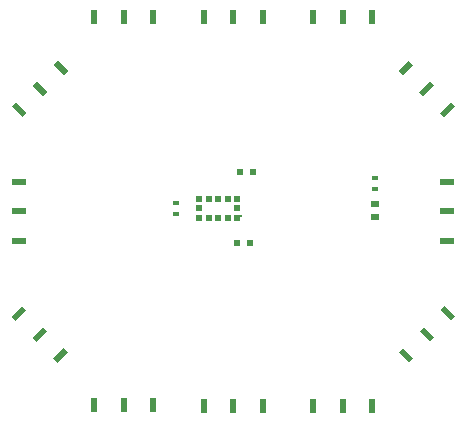
<source format=gtp>
G04 #@! TF.FileFunction,Paste,Top*
%FSLAX46Y46*%
G04 Gerber Fmt 4.6, Leading zero omitted, Abs format (unit mm)*
G04 Created by KiCad (PCBNEW 4.0.7-e2-6376~58~ubuntu16.04.1) date Thu Aug  2 19:25:17 2018*
%MOMM*%
%LPD*%
G01*
G04 APERTURE LIST*
%ADD10C,0.100000*%
%ADD11R,0.500000X1.250000*%
%ADD12R,0.500000X0.500000*%
%ADD13R,0.250000X0.250000*%
%ADD14R,1.250000X0.500000*%
%ADD15R,0.600000X0.500000*%
%ADD16R,0.700000X0.600000*%
%ADD17R,0.600000X0.400000*%
G04 APERTURE END LIST*
D10*
D11*
X132230000Y-80540000D03*
X129730000Y-80540000D03*
X127230000Y-80540000D03*
X141510000Y-80570000D03*
X139010000Y-80570000D03*
X136510000Y-80570000D03*
X150780000Y-80550000D03*
X148280000Y-80550000D03*
X145780000Y-80550000D03*
X145790000Y-113450000D03*
X148290000Y-113450000D03*
X150790000Y-113450000D03*
X127220000Y-113390000D03*
X129720000Y-113390000D03*
X132220000Y-113390000D03*
D12*
X139340000Y-97560000D03*
X138540000Y-97560000D03*
X137740000Y-97560000D03*
X136940000Y-97560000D03*
X136140000Y-97560000D03*
X136140000Y-96760000D03*
X136140000Y-95960000D03*
X136940000Y-95960000D03*
X137740000Y-95960000D03*
X138540000Y-95960000D03*
X139340000Y-95960000D03*
X139340000Y-96760000D03*
D13*
X139640000Y-97435000D03*
D10*
G36*
X157756485Y-88132602D02*
X156872602Y-89016485D01*
X156519049Y-88662932D01*
X157402932Y-87779049D01*
X157756485Y-88132602D01*
X157756485Y-88132602D01*
G37*
G36*
X155988718Y-86364835D02*
X155104835Y-87248718D01*
X154751282Y-86895165D01*
X155635165Y-86011282D01*
X155988718Y-86364835D01*
X155988718Y-86364835D01*
G37*
G36*
X154220951Y-84597068D02*
X153337068Y-85480951D01*
X152983515Y-85127398D01*
X153867398Y-84243515D01*
X154220951Y-84597068D01*
X154220951Y-84597068D01*
G37*
D14*
X157120000Y-99500000D03*
X157120000Y-97000000D03*
X157120000Y-94500000D03*
X120860000Y-94510000D03*
X120860000Y-97010000D03*
X120860000Y-99510000D03*
D11*
X136500000Y-113450000D03*
X139000000Y-113450000D03*
X141500000Y-113450000D03*
D10*
G36*
X120243515Y-105927398D02*
X121127398Y-105043515D01*
X121480951Y-105397068D01*
X120597068Y-106280951D01*
X120243515Y-105927398D01*
X120243515Y-105927398D01*
G37*
G36*
X122011282Y-107695165D02*
X122895165Y-106811282D01*
X123248718Y-107164835D01*
X122364835Y-108048718D01*
X122011282Y-107695165D01*
X122011282Y-107695165D01*
G37*
G36*
X123779049Y-109462932D02*
X124662932Y-108579049D01*
X125016485Y-108932602D01*
X124132602Y-109816485D01*
X123779049Y-109462932D01*
X123779049Y-109462932D01*
G37*
G36*
X153887398Y-109786485D02*
X153003515Y-108902602D01*
X153357068Y-108549049D01*
X154240951Y-109432932D01*
X153887398Y-109786485D01*
X153887398Y-109786485D01*
G37*
G36*
X155655165Y-108018718D02*
X154771282Y-107134835D01*
X155124835Y-106781282D01*
X156008718Y-107665165D01*
X155655165Y-108018718D01*
X155655165Y-108018718D01*
G37*
G36*
X157422932Y-106250951D02*
X156539049Y-105367068D01*
X156892602Y-105013515D01*
X157776485Y-105897398D01*
X157422932Y-106250951D01*
X157422932Y-106250951D01*
G37*
G36*
X124152602Y-84233515D02*
X125036485Y-85117398D01*
X124682932Y-85470951D01*
X123799049Y-84587068D01*
X124152602Y-84233515D01*
X124152602Y-84233515D01*
G37*
G36*
X122384835Y-86001282D02*
X123268718Y-86885165D01*
X122915165Y-87238718D01*
X122031282Y-86354835D01*
X122384835Y-86001282D01*
X122384835Y-86001282D01*
G37*
G36*
X120617068Y-87769049D02*
X121500951Y-88652932D01*
X121147398Y-89006485D01*
X120263515Y-88122602D01*
X120617068Y-87769049D01*
X120617068Y-87769049D01*
G37*
D15*
X139350000Y-99650000D03*
X140450000Y-99650000D03*
X140650000Y-93675000D03*
X139550000Y-93675000D03*
D16*
X151025000Y-96400000D03*
X151025000Y-97500000D03*
D17*
X151025000Y-94200000D03*
X151025000Y-95100000D03*
X134150000Y-97200000D03*
X134150000Y-96300000D03*
M02*

</source>
